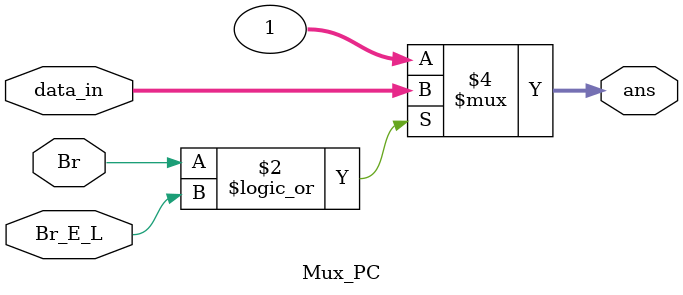
<source format=v>
module Mux_PC(
    input wire Br,
    input wire Br_E_L,
    input wire[31:0] data_in,
    output reg [31:0] ans 
);
    always@(*)
        begin
    //        if(Br || (Br_E_L&&Zero))
            if(Br || Br_E_L)
                ans <= data_in;
            else
                ans=32'b00000000000000000000000000000001;
        end
endmodule
</source>
